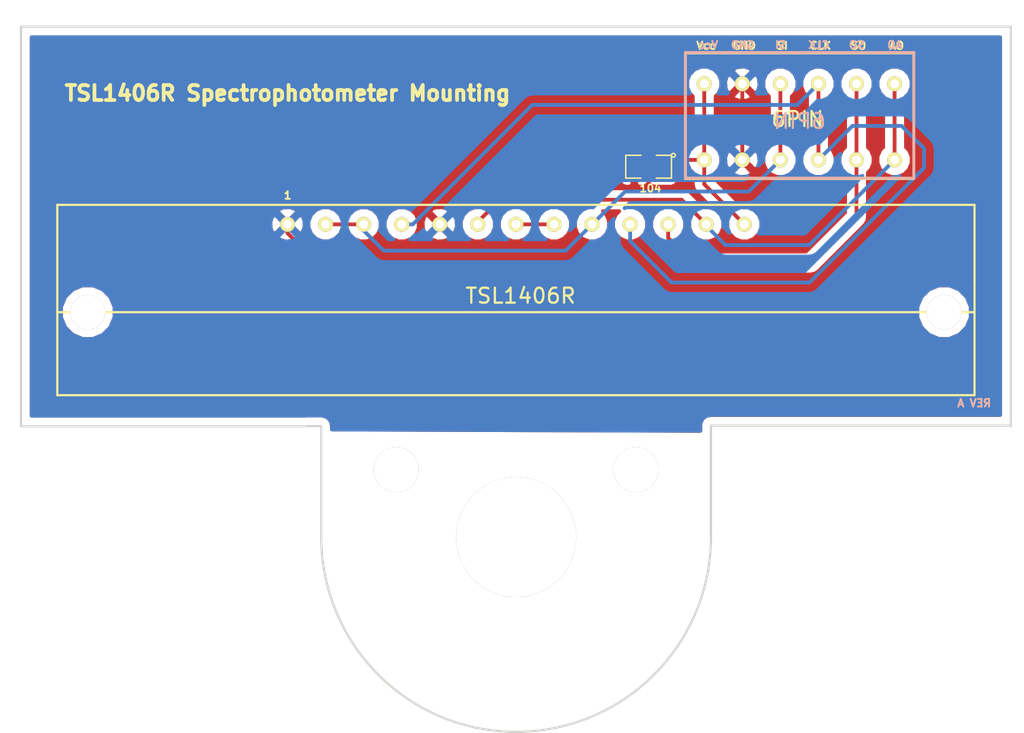
<source format=kicad_pcb>
(kicad_pcb (version 3) (host pcbnew "(2012-nov-02)-testing")

  (general
    (links 20)
    (no_connects 0)
    (area 181.596 101.902 249.922001 150.810001)
    (thickness 1.6)
    (drawings 30)
    (tracks 57)
    (zones 0)
    (modules 8)
    (nets 8)
  )

  (page A3)
  (layers
    (15 F.Cu signal)
    (0 B.Cu signal)
    (16 B.Adhes user hide)
    (17 F.Adhes user hide)
    (18 B.Paste user hide)
    (19 F.Paste user hide)
    (20 B.SilkS user)
    (21 F.SilkS user)
    (22 B.Mask user)
    (23 F.Mask user)
    (24 Dwgs.User user hide)
    (25 Cmts.User user hide)
    (26 Eco1.User user hide)
    (27 Eco2.User user hide)
    (28 Edge.Cuts user)
  )

  (setup
    (last_trace_width 0.254)
    (trace_clearance 0.254)
    (zone_clearance 0.508)
    (zone_45_only no)
    (trace_min 0.254)
    (segment_width 0.2)
    (edge_width 0.15)
    (via_size 0.889)
    (via_drill 0.635)
    (via_min_size 0.889)
    (via_min_drill 0.508)
    (uvia_size 0.508)
    (uvia_drill 0.127)
    (uvias_allowed no)
    (uvia_min_size 0.508)
    (uvia_min_drill 0.127)
    (pcb_text_width 0.3)
    (pcb_text_size 1 1)
    (mod_edge_width 0.15)
    (mod_text_size 1 1)
    (mod_text_width 0.15)
    (pad_size 3 3)
    (pad_drill 3)
    (pad_to_mask_clearance 0)
    (aux_axis_origin 0 0)
    (visible_elements 7FFFFFFF)
    (pcbplotparams
      (layerselection 15761409)
      (usegerberextensions true)
      (excludeedgelayer false)
      (linewidth 152400)
      (plotframeref false)
      (viasonmask false)
      (mode 1)
      (useauxorigin false)
      (hpglpennumber 1)
      (hpglpenspeed 20)
      (hpglpendiameter 15)
      (hpglpenoverlay 2)
      (psnegative false)
      (psa4output false)
      (plotreference true)
      (plotvalue true)
      (plotothertext true)
      (plotinvisibletext false)
      (padsonsilk true)
      (subtractmaskfromsilk false)
      (outputformat 1)
      (mirror false)
      (drillshape 0)
      (scaleselection 1)
      (outputdirectory /home/uprightsquire/electronics/photosensor))
  )

  (net 0 "")
  (net 1 +5V)
  (net 2 GND)
  (net 3 N-000001)
  (net 4 N-000002)
  (net 5 N-000003)
  (net 6 N-000004)
  (net 7 N-000005)

  (net_class Default "This is the default net class."
    (clearance 0.254)
    (trace_width 0.254)
    (via_dia 0.889)
    (via_drill 0.635)
    (uvia_dia 0.508)
    (uvia_drill 0.127)
    (add_net "")
    (add_net +5V)
    (add_net GND)
    (add_net N-000001)
    (add_net N-000002)
    (add_net N-000003)
    (add_net N-000004)
    (add_net N-000005)
  )

  (module 6Pin (layer F.Cu) (tedit 50FFAAB9) (tstamp 50FE648F)
    (at 234.936 112.57)
    (path /50FF8299)
    (fp_text reference "" (at 0 -2.54) (layer F.SilkS)
      (effects (font (size 1 1) (thickness 0.15)))
    )
    (fp_text value 6PIN (at -0.12 -2.715) (layer F.SilkS)
      (effects (font (size 1 1) (thickness 0.15)))
    )
    (fp_line (start -7.62 1.27) (end 7.62 1.27) (layer F.SilkS) (width 0.15))
    (fp_line (start 7.62 1.27) (end 7.62 -7.112) (layer F.SilkS) (width 0.15))
    (fp_line (start 7.62 -7.112) (end -7.366 -7.112) (layer F.SilkS) (width 0.15))
    (fp_line (start -7.366 -7.112) (end -7.62 -7.112) (layer F.SilkS) (width 0.15))
    (fp_line (start -7.62 -7.112) (end -7.62 1.27) (layer F.SilkS) (width 0.15))
    (pad 3 thru_hole circle (at -1.27 0) (size 1 1) (drill 0.599998)
      (layers *.Cu *.Mask F.SilkS)
      (net 7 N-000005)
    )
    (pad 2 thru_hole circle (at -3.81 0) (size 1 1) (drill 0.599998)
      (layers *.Cu *.Mask F.SilkS)
      (net 2 GND)
    )
    (pad 1 thru_hole circle (at -6.35 0) (size 1 1) (drill 0.599998)
      (layers *.Cu *.Mask F.SilkS)
      (net 1 +5V)
    )
    (pad 1 thru_hole circle (at -6.35 -5.08) (size 1 1) (drill 0.599998)
      (layers *.Cu *.Mask F.SilkS)
      (net 1 +5V)
    )
    (pad 2 thru_hole circle (at -3.81 -5.08) (size 1 1) (drill 0.599998)
      (layers *.Cu *.Mask F.SilkS)
      (net 2 GND)
    )
    (pad 3 thru_hole circle (at -1.27 -5.08) (size 1 1) (drill 0.599998)
      (layers *.Cu *.Mask F.SilkS)
      (net 7 N-000005)
    )
    (pad 4 thru_hole circle (at 1.27 0) (size 1 1) (drill 0.599998)
      (layers *.Cu *.Mask F.SilkS)
      (net 5 N-000003)
    )
    (pad 5 thru_hole circle (at 3.81 0) (size 1 1) (drill 0.599998)
      (layers *.Cu *.Mask F.SilkS)
      (net 3 N-000001)
    )
    (pad 6 thru_hole circle (at 6.35 0) (size 1 1) (drill 0.599998)
      (layers *.Cu *.Mask F.SilkS)
      (net 4 N-000002)
    )
    (pad 6 thru_hole circle (at 6.35 -5.08) (size 1 1) (drill 0.599998)
      (layers *.Cu *.Mask F.SilkS)
      (net 4 N-000002)
    )
    (pad 5 thru_hole circle (at 3.81 -5.08) (size 1 1) (drill 0.599998)
      (layers *.Cu *.Mask F.SilkS)
      (net 3 N-000001)
    )
    (pad 4 thru_hole circle (at 1.27 -5.08) (size 1 1) (drill 0.599998)
      (layers *.Cu *.Mask F.SilkS)
      (net 5 N-000003)
    )
  )

  (module SM0805 (layer F.Cu) (tedit 5100B9AA) (tstamp 50FFE94C)
    (at 224.875 113.025 180)
    (path /50FF07A3)
    (attr smd)
    (fp_text reference "" (at 0 -0.3175 180) (layer F.SilkS)
      (effects (font (size 0.50038 0.50038) (thickness 0.10922)))
    )
    (fp_text value 104 (at -0.12 -1.445 180) (layer F.SilkS)
      (effects (font (size 0.50038 0.50038) (thickness 0.10922)))
    )
    (fp_circle (center -1.651 0.762) (end -1.651 0.635) (layer F.SilkS) (width 0.09906))
    (fp_line (start -0.508 0.762) (end -1.524 0.762) (layer F.SilkS) (width 0.09906))
    (fp_line (start -1.524 0.762) (end -1.524 -0.762) (layer F.SilkS) (width 0.09906))
    (fp_line (start -1.524 -0.762) (end -0.508 -0.762) (layer F.SilkS) (width 0.09906))
    (fp_line (start 0.508 -0.762) (end 1.524 -0.762) (layer F.SilkS) (width 0.09906))
    (fp_line (start 1.524 -0.762) (end 1.524 0.762) (layer F.SilkS) (width 0.09906))
    (fp_line (start 1.524 0.762) (end 0.508 0.762) (layer F.SilkS) (width 0.09906))
    (pad 1 smd rect (at -0.9525 0 180) (size 0.889 1.397)
      (layers F.Cu F.Paste F.Mask)
      (net 1 +5V)
    )
    (pad 2 smd rect (at 0.9525 0 180) (size 0.889 1.397)
      (layers F.Cu F.Paste F.Mask)
      (net 2 GND)
    )
    (model smd/chip_cms.wrl
      (at (xyz 0 0 0))
      (scale (xyz 0.1 0.1 0.1))
      (rotate (xyz 0 0 0))
    )
  )

  (module TSL1406R (layer F.Cu) (tedit 5100AC86) (tstamp 510173E9)
    (at 185.42 128.27)
    (path /50FE4633)
    (fp_text reference "" (at 30.6 -6.6) (layer F.SilkS)
      (effects (font (size 1 1) (thickness 0.15)))
    )
    (fp_text value TSL1406R (at 30.91 -6.63) (layer F.SilkS)
      (effects (font (size 1 1) (thickness 0.15)))
    )
    (fp_line (start 55.5244 -5.5372) (end 61.1632 -5.5372) (layer F.SilkS) (width 0.15))
    (fp_line (start 61.1632 -5.5372) (end 61.1632 -5.5118) (layer F.SilkS) (width 0.15))
    (fp_line (start 61.2 -7.3) (end 61.2 -12.7) (layer F.SilkS) (width 0.15))
    (fp_line (start 61.2 -12.7) (end 55.4 -12.7) (layer F.SilkS) (width 0.15))
    (fp_line (start 55.4 -12.7) (end 55.5 -12.7) (layer F.SilkS) (width 0.15))
    (fp_line (start 61.2 0) (end 61.2 -7.2) (layer F.SilkS) (width 0.15))
    (fp_line (start 55.5 0) (end 61.2 0) (layer F.SilkS) (width 0.15))
    (fp_text user 1 (at 15.37 -13.33) (layer F.SilkS)
      (effects (font (size 0.5 0.5) (thickness 0.125)))
    )
    (fp_line (start 45.9832 -11.43) (end 45.7292 -11.43) (layer F.SilkS) (width 0.15))
    (fp_line (start 0 -5.5372) (end 55.499 -5.5372) (layer F.SilkS) (width 0.15))
    (fp_line (start 0 0) (end 0 -12.7) (layer F.SilkS) (width 0.15))
    (fp_line (start 0 -12.7) (end 55.5 -12.7) (layer F.SilkS) (width 0.15))
    (fp_line (start 55.5 0) (end 0 0) (layer F.SilkS) (width 0.15))
    (pad 1 thru_hole circle (at 15.36 -11.4) (size 1 1) (drill 0.599998)
      (layers *.Cu *.Mask F.SilkS)
      (net 2 GND)
    )
    (pad 2 thru_hole circle (at 17.9 -11.4) (size 1 1) (drill 0.599998)
      (layers *.Cu *.Mask F.SilkS)
      (net 7 N-000005)
    )
    (pad 3 thru_hole circle (at 20.44 -11.4) (size 1 1) (drill 0.599998)
      (layers *.Cu *.Mask F.SilkS)
      (net 7 N-000005)
    )
    (pad 4 thru_hole circle (at 22.98 -11.4) (size 1 1) (drill 0.599998)
      (layers *.Cu *.Mask F.SilkS)
      (net 5 N-000003)
    )
    (pad 5 thru_hole circle (at 25.52 -11.4) (size 1 1) (drill 0.599998)
      (layers *.Cu *.Mask F.SilkS)
      (net 2 GND)
    )
    (pad 6 thru_hole circle (at 28.06 -11.4) (size 1 1) (drill 0.599998)
      (layers *.Cu *.Mask F.SilkS)
      (net 4 N-000002)
    )
    (pad 7 thru_hole circle (at 30.6 -11.4) (size 1 1) (drill 0.599998)
      (layers *.Cu *.Mask F.SilkS)
      (net 6 N-000004)
    )
    (pad 8 thru_hole circle (at 33.14 -11.4) (size 1 1) (drill 0.599998)
      (layers *.Cu *.Mask F.SilkS)
      (net 6 N-000004)
    )
    (pad 9 thru_hole circle (at 35.68 -11.4) (size 1 1) (drill 0.599998)
      (layers *.Cu *.Mask F.SilkS)
      (net 7 N-000005)
    )
    (pad 10 thru_hole circle (at 38.22 -11.4) (size 1 1) (drill 0.599998)
      (layers *.Cu *.Mask F.SilkS)
      (net 5 N-000003)
    )
    (pad 11 thru_hole circle (at 40.76 -11.4) (size 1 1) (drill 0.599998)
      (layers *.Cu *.Mask F.SilkS)
      (net 3 N-000001)
    )
    (pad 12 thru_hole circle (at 43.3 -11.4) (size 1 1) (drill 0.599998)
      (layers *.Cu *.Mask F.SilkS)
      (net 4 N-000002)
    )
    (pad 13 thru_hole circle (at 45.84 -11.4) (size 1 1) (drill 0.599998)
      (layers *.Cu *.Mask F.SilkS)
      (net 1 +5V)
    )
  )

  (module 3mm_drill_hole (layer F.Cu) (tedit 50FFAF69) (tstamp 5100CA46)
    (at 208.035 133.235)
    (fp_text reference "" (at 0 0) (layer F.SilkS)
      (effects (font (size 1 1) (thickness 0.15)))
    )
    (fp_text value "" (at 0 0) (layer F.SilkS)
      (effects (font (size 1 1) (thickness 0.15)))
    )
    (pad 1 thru_hole circle (at 0 0) (size 3 3) (drill 3)
      (layers *.Cu *.Mask F.SilkS)
    )
  )

  (module 3mm_drill_hole (layer F.Cu) (tedit 50FFAF69) (tstamp 5100CA4F)
    (at 224.035 133.235)
    (fp_text reference "" (at 0 0) (layer F.SilkS)
      (effects (font (size 1 1) (thickness 0.15)))
    )
    (fp_text value "" (at 0 0) (layer F.SilkS)
      (effects (font (size 1 1) (thickness 0.15)))
    )
    (pad 1 thru_hole circle (at 0 0) (size 3 3) (drill 3)
      (layers *.Cu *.Mask F.SilkS)
    )
  )

  (module 8mm_drill_hole (layer F.Cu) (tedit 5100670B) (tstamp 51012E0E)
    (at 216.035 137.735)
    (fp_text reference "" (at 0 0) (layer F.SilkS)
      (effects (font (size 1 1) (thickness 0.15)))
    )
    (fp_text value "" (at 0 0) (layer F.SilkS)
      (effects (font (size 1 1) (thickness 0.15)))
    )
    (pad 1 thru_hole circle (at 0 0) (size 8 8) (drill 8)
      (layers *.Cu *.Mask F.SilkS)
    )
  )

  (module 2.3mm_drill_hole (layer F.Cu) (tedit 5100AAB7) (tstamp 51011A56)
    (at 187.452 121.206)
    (fp_text reference "" (at 0 0) (layer F.SilkS)
      (effects (font (size 1 1) (thickness 0.15)))
    )
    (fp_text value "" (at 0 0) (layer F.SilkS)
      (effects (font (size 1 1) (thickness 0.15)))
    )
    (pad 1 thru_hole circle (at 0 1.524) (size 2.3 2.3) (drill 2.299999)
      (layers *.Cu *.Mask F.SilkS)
    )
  )

  (module 2.3mm_drill_hole (layer F.Cu) (tedit 5100AAB7) (tstamp 51011A5F)
    (at 244.588 121.206)
    (fp_text reference "" (at 0 0) (layer F.SilkS)
      (effects (font (size 1 1) (thickness 0.15)))
    )
    (fp_text value "" (at 0 0) (layer F.SilkS)
      (effects (font (size 1 1) (thickness 0.15)))
    )
    (pad 1 thru_hole circle (at 0 1.524) (size 2.3 2.3) (drill 2.299999)
      (layers *.Cu *.Mask F.SilkS)
    )
  )

  (gr_text AO (at 241.3 104.902) (layer B.SilkS)
    (effects (font (size 0.5 0.5) (thickness 0.125)) (justify mirror))
  )
  (gr_text SO (at 238.76 104.902) (layer B.SilkS)
    (effects (font (size 0.5 0.5) (thickness 0.125)) (justify mirror))
  )
  (gr_text CLK (at 236.22 104.902) (layer B.SilkS)
    (effects (font (size 0.5 0.5) (thickness 0.125)) (justify mirror))
  )
  (gr_text SI (at 233.68 104.902) (layer B.SilkS)
    (effects (font (size 0.5 0.5) (thickness 0.125)) (justify mirror))
  )
  (gr_text GND (at 231.14 104.902) (layer B.SilkS)
    (effects (font (size 0.5 0.5) (thickness 0.125)) (justify mirror))
  )
  (gr_text Vcc (at 228.854 104.902) (layer B.SilkS)
    (effects (font (size 0.5 0.5) (thickness 0.125)) (justify mirror))
  )
  (gr_text 6PIN (at 234.95 109.982) (layer B.SilkS)
    (effects (font (size 1 1) (thickness 0.15)) (justify mirror))
  )
  (gr_line (start 242.57 105.41) (end 227.33 105.41) (angle 90) (layer B.SilkS) (width 0.2))
  (gr_line (start 242.57 113.792) (end 242.57 105.41) (angle 90) (layer B.SilkS) (width 0.2))
  (gr_line (start 227.33 113.792) (end 242.57 113.792) (angle 90) (layer B.SilkS) (width 0.2))
  (gr_line (start 227.33 105.41) (end 227.33 113.792) (angle 90) (layer B.SilkS) (width 0.2))
  (gr_line (start 229.025 130.3) (end 249.025 130.3) (angle 90) (layer Edge.Cuts) (width 0.15))
  (gr_line (start 229.035 137.635) (end 229.035 130.335) (angle 90) (layer Edge.Cuts) (width 0.15))
  (gr_arc (start 216.035 137.735) (end 229.035 137.635) (angle 90) (layer Edge.Cuts) (width 0.15))
  (gr_arc (start 216.035 137.735) (end 216.035 150.735) (angle 90) (layer Edge.Cuts) (width 0.15))
  (gr_line (start 203.035 130.335) (end 203.035 138.035) (angle 90) (layer Edge.Cuts) (width 0.15))
  (gr_line (start 202.035 130.335) (end 203.035 130.335) (angle 90) (layer Edge.Cuts) (width 0.15))
  (gr_line (start 216.035 137.735) (end 216.035 135.235) (angle 90) (layer F.SilkS) (width 0.2))
  (gr_text SO (at 238.88 104.95) (layer F.SilkS)
    (effects (font (size 0.5 0.5) (thickness 0.125)))
  )
  (gr_text CLK (at 236.34 104.95) (layer F.SilkS)
    (effects (font (size 0.5 0.5) (thickness 0.125)))
  )
  (gr_text SI (at 233.8 104.95) (layer F.SilkS)
    (effects (font (size 0.5 0.5) (thickness 0.125)))
  )
  (gr_text AO (at 241.42 104.95) (layer F.SilkS)
    (effects (font (size 0.5 0.5) (thickness 0.125)))
  )
  (gr_text GND (at 231.26 104.95) (layer F.SilkS)
    (effects (font (size 0.5 0.5) (thickness 0.125)))
  )
  (gr_text Vcc (at 228.72 104.95) (layer F.SilkS)
    (effects (font (size 0.5 0.5) (thickness 0.125)))
  )
  (gr_text "REV A" (at 246.6 128.8) (layer B.SilkS)
    (effects (font (size 0.508 0.508) (thickness 0.127)) (justify mirror))
  )
  (gr_text "TSL1406R Spectrophotometer Mounting" (at 200.78 108.125) (layer F.SilkS)
    (effects (font (size 1 1) (thickness 0.25)))
  )
  (gr_line (start 249.04 103.68) (end 249.04 130.35) (angle 90) (layer Edge.Cuts) (width 0.15))
  (gr_line (start 183 103.68) (end 249.04 103.68) (angle 90) (layer Edge.Cuts) (width 0.15))
  (gr_line (start 183 130.35) (end 183 103.68) (angle 90) (layer Edge.Cuts) (width 0.15))
  (gr_line (start 183 130.35) (end 202.05 130.35) (angle 90) (layer Edge.Cuts) (width 0.15))

  (segment (start 228.586 112.57) (end 226.2825 112.57) (width 0.254) (layer F.Cu) (net 1))
  (segment (start 226.2825 112.57) (end 225.8275 113.025) (width 0.254) (layer F.Cu) (net 1) (tstamp 51009B11))
  (segment (start 228.586 112.57) (end 228.586 114.196) (width 0.254) (layer F.Cu) (net 1))
  (segment (start 228.586 114.196) (end 231.26 116.87) (width 0.254) (layer F.Cu) (net 1) (tstamp 51011C81))
  (segment (start 228.586 107.49) (end 228.586 112.57) (width 0.254) (layer F.Cu) (net 1))
  (segment (start 200.78 116.87) (end 200.78 117.46) (width 0.254) (layer F.Cu) (net 2))
  (segment (start 209.17 118.64) (end 210.94 116.87) (width 0.254) (layer F.Cu) (net 2) (tstamp 510173F9))
  (segment (start 201.96 118.64) (end 209.17 118.64) (width 0.254) (layer F.Cu) (net 2) (tstamp 510173F7))
  (segment (start 200.78 117.46) (end 201.96 118.64) (width 0.254) (layer F.Cu) (net 2) (tstamp 510173F6))
  (segment (start 210.94 116.87) (end 211.02 116.87) (width 0.254) (layer F.Cu) (net 2) (tstamp 510173FB))
  (segment (start 211.02 116.87) (end 214.865 113.025) (width 0.254) (layer F.Cu) (net 2) (tstamp 510173FC))
  (segment (start 214.865 113.025) (end 223.9225 113.025) (width 0.254) (layer F.Cu) (net 2) (tstamp 510173FD))
  (segment (start 223.9225 113.025) (end 226.58 110.3675) (width 0.254) (layer F.Cu) (net 2) (tstamp 510173FF))
  (segment (start 226.58 110.3675) (end 226.58 107.25) (width 0.254) (layer F.Cu) (net 2) (tstamp 51017400))
  (segment (start 226.58 107.25) (end 228.03 105.8) (width 0.254) (layer F.Cu) (net 2) (tstamp 51017402))
  (segment (start 228.03 105.8) (end 229.436 105.8) (width 0.254) (layer F.Cu) (net 2) (tstamp 51017404))
  (segment (start 229.436 105.8) (end 231.126 107.49) (width 0.254) (layer F.Cu) (net 2) (tstamp 51017406))
  (segment (start 231.126 107.49) (end 231.126 112.57) (width 0.254) (layer F.Cu) (net 2))
  (segment (start 226.18 116.87) (end 226.18 117.779) (width 0.254) (layer F.Cu) (net 3))
  (segment (start 238.746 116.39) (end 238.746 112.57) (width 0.254) (layer F.Cu) (net 3) (tstamp 51011C51))
  (segment (start 235.681 119.455) (end 238.746 116.39) (width 0.254) (layer F.Cu) (net 3) (tstamp 51011C4F))
  (segment (start 227.856 119.455) (end 235.681 119.455) (width 0.254) (layer F.Cu) (net 3) (tstamp 51011C4D))
  (segment (start 226.18 117.779) (end 227.856 119.455) (width 0.254) (layer F.Cu) (net 3) (tstamp 51011C4C))
  (segment (start 238.746 107.49) (end 238.746 112.57) (width 0.254) (layer F.Cu) (net 3))
  (segment (start 228.72 116.87) (end 228.72 116.969) (width 0.254) (layer B.Cu) (net 4))
  (segment (start 235.601 118.255) (end 241.286 112.57) (width 0.254) (layer B.Cu) (net 4) (tstamp 51011C23))
  (segment (start 230.006 118.255) (end 235.601 118.255) (width 0.254) (layer B.Cu) (net 4) (tstamp 51011C21))
  (segment (start 228.72 116.969) (end 230.006 118.255) (width 0.254) (layer B.Cu) (net 4) (tstamp 51011C20))
  (segment (start 213.48 116.87) (end 213.48 116.706) (width 0.254) (layer F.Cu) (net 4))
  (segment (start 227.08 115.23) (end 228.72 116.87) (width 0.254) (layer F.Cu) (net 4) (tstamp 51011BF8))
  (segment (start 214.956 115.23) (end 227.08 115.23) (width 0.254) (layer F.Cu) (net 4) (tstamp 51011BF6))
  (segment (start 213.48 116.706) (end 214.956 115.23) (width 0.254) (layer F.Cu) (net 4) (tstamp 51011BF5))
  (segment (start 241.286 107.49) (end 241.286 112.57) (width 0.254) (layer F.Cu) (net 4))
  (segment (start 223.64 116.87) (end 223.64 117.989) (width 0.254) (layer B.Cu) (net 5))
  (segment (start 238.471 110.305) (end 236.206 112.57) (width 0.254) (layer B.Cu) (net 5) (tstamp 51011C6F))
  (segment (start 241.756 110.305) (end 238.471 110.305) (width 0.254) (layer B.Cu) (net 5) (tstamp 51011C6D))
  (segment (start 243.256 111.805) (end 241.756 110.305) (width 0.254) (layer B.Cu) (net 5) (tstamp 51011C6B))
  (segment (start 243.256 113.105) (end 243.256 111.805) (width 0.254) (layer B.Cu) (net 5) (tstamp 51011C69))
  (segment (start 235.606 120.755) (end 243.256 113.105) (width 0.254) (layer B.Cu) (net 5) (tstamp 51011C67))
  (segment (start 226.406 120.755) (end 235.606 120.755) (width 0.254) (layer B.Cu) (net 5) (tstamp 51011C65))
  (segment (start 223.64 117.989) (end 226.406 120.755) (width 0.254) (layer B.Cu) (net 5) (tstamp 51011C63))
  (segment (start 208.4 116.87) (end 209.141 116.87) (width 0.254) (layer B.Cu) (net 5))
  (segment (start 234.791 108.905) (end 236.206 107.49) (width 0.254) (layer B.Cu) (net 5) (tstamp 51011C00))
  (segment (start 217.106 108.905) (end 234.791 108.905) (width 0.254) (layer B.Cu) (net 5) (tstamp 51011BFE))
  (segment (start 209.141 116.87) (end 217.106 108.905) (width 0.254) (layer B.Cu) (net 5) (tstamp 51011BFD))
  (segment (start 236.206 107.49) (end 236.206 112.57) (width 0.254) (layer F.Cu) (net 5))
  (segment (start 218.56 116.87) (end 216.02 116.87) (width 0.254) (layer F.Cu) (net 6))
  (segment (start 205.86 116.87) (end 205.86 117.284) (width 0.254) (layer B.Cu) (net 7))
  (segment (start 219.34 118.63) (end 221.1 116.87) (width 0.254) (layer B.Cu) (net 7) (tstamp 51011C12))
  (segment (start 207.206 118.63) (end 219.34 118.63) (width 0.254) (layer B.Cu) (net 7) (tstamp 51011C10))
  (segment (start 205.86 117.284) (end 207.206 118.63) (width 0.254) (layer B.Cu) (net 7) (tstamp 51011C0F))
  (segment (start 221.1 116.87) (end 221.116 116.87) (width 0.254) (layer B.Cu) (net 7))
  (segment (start 221.116 116.87) (end 223.306 114.68) (width 0.254) (layer B.Cu) (net 7) (tstamp 51011C04))
  (segment (start 223.306 114.68) (end 231.556 114.68) (width 0.254) (layer B.Cu) (net 7) (tstamp 51011C05))
  (segment (start 231.556 114.68) (end 233.666 112.57) (width 0.254) (layer B.Cu) (net 7) (tstamp 51011C07))
  (segment (start 203.32 116.87) (end 205.86 116.87) (width 0.254) (layer F.Cu) (net 7))
  (segment (start 233.666 107.49) (end 233.666 112.57) (width 0.254) (layer F.Cu) (net 7))

  (zone (net 2) (net_name GND) (layer F.Cu) (tstamp 510172C4) (hatch edge 0.508)
    (connect_pads (clearance 0.508))
    (min_thickness 0.254)
    (fill (arc_segments 16) (thermal_gap 0.508) (thermal_bridge_width 0.508))
    (polygon
      (pts
        (xy 181.85 102.156) (xy 181.85 130.604) (xy 249.922 130.858) (xy 249.922 101.902) (xy 181.85 102.156)
      )
    )
    (filled_polygon
      (pts
        (xy 248.33 129.59) (xy 246.373309 129.59) (xy 246.373309 122.376499) (xy 246.102132 121.7202) (xy 245.600441 121.217633)
        (xy 244.944616 120.945311) (xy 244.234499 120.944691) (xy 243.5782 121.215868) (xy 243.075633 121.717559) (xy 242.803311 122.373384)
        (xy 242.802691 123.083501) (xy 243.073868 123.7398) (xy 243.575559 124.242367) (xy 244.231384 124.514689) (xy 244.941501 124.515309)
        (xy 245.5978 124.244132) (xy 246.100367 123.742441) (xy 246.372689 123.086616) (xy 246.373309 122.376499) (xy 246.373309 129.59)
        (xy 242.421196 129.59) (xy 242.421196 112.345225) (xy 242.248766 111.927915) (xy 242.048 111.726797) (xy 242.048 108.33306)
        (xy 242.247644 108.133765) (xy 242.420802 107.716756) (xy 242.421196 107.265225) (xy 242.248766 106.847915) (xy 241.929765 106.528356)
        (xy 241.512756 106.355198) (xy 241.061225 106.354804) (xy 240.643915 106.527234) (xy 240.324356 106.846235) (xy 240.151198 107.263244)
        (xy 240.150804 107.714775) (xy 240.323234 108.132085) (xy 240.524 108.333202) (xy 240.524 111.726939) (xy 240.324356 111.926235)
        (xy 240.151198 112.343244) (xy 240.150804 112.794775) (xy 240.323234 113.212085) (xy 240.642235 113.531644) (xy 241.059244 113.704802)
        (xy 241.510775 113.705196) (xy 241.928085 113.532766) (xy 242.247644 113.213765) (xy 242.420802 112.796756) (xy 242.421196 112.345225)
        (xy 242.421196 129.59) (xy 239.881196 129.59) (xy 239.881196 112.345225) (xy 239.708766 111.927915) (xy 239.508 111.726797)
        (xy 239.508 108.33306) (xy 239.707644 108.133765) (xy 239.880802 107.716756) (xy 239.881196 107.265225) (xy 239.708766 106.847915)
        (xy 239.389765 106.528356) (xy 238.972756 106.355198) (xy 238.521225 106.354804) (xy 238.103915 106.527234) (xy 237.784356 106.846235)
        (xy 237.611198 107.263244) (xy 237.610804 107.714775) (xy 237.783234 108.132085) (xy 237.984 108.333202) (xy 237.984 111.726939)
        (xy 237.784356 111.926235) (xy 237.611198 112.343244) (xy 237.610804 112.794775) (xy 237.783234 113.212085) (xy 237.984 113.413202)
        (xy 237.984 116.074369) (xy 237.341196 116.717173) (xy 237.341196 112.345225) (xy 237.168766 111.927915) (xy 236.968 111.726797)
        (xy 236.968 108.33306) (xy 237.167644 108.133765) (xy 237.340802 107.716756) (xy 237.341196 107.265225) (xy 237.168766 106.847915)
        (xy 236.849765 106.528356) (xy 236.432756 106.355198) (xy 235.981225 106.354804) (xy 235.563915 106.527234) (xy 235.244356 106.846235)
        (xy 235.071198 107.263244) (xy 235.070804 107.714775) (xy 235.243234 108.132085) (xy 235.444 108.333202) (xy 235.444 111.726939)
        (xy 235.244356 111.926235) (xy 235.071198 112.343244) (xy 235.070804 112.794775) (xy 235.243234 113.212085) (xy 235.562235 113.531644)
        (xy 235.979244 113.704802) (xy 236.430775 113.705196) (xy 236.848085 113.532766) (xy 237.167644 113.213765) (xy 237.340802 112.796756)
        (xy 237.341196 112.345225) (xy 237.341196 116.717173) (xy 235.365369 118.693) (xy 234.801196 118.693) (xy 234.801196 112.345225)
        (xy 234.628766 111.927915) (xy 234.428 111.726797) (xy 234.428 108.33306) (xy 234.627644 108.133765) (xy 234.800802 107.716756)
        (xy 234.801196 107.265225) (xy 234.628766 106.847915) (xy 234.309765 106.528356) (xy 233.892756 106.355198) (xy 233.441225 106.354804)
        (xy 233.023915 106.527234) (xy 232.704356 106.846235) (xy 232.531198 107.263244) (xy 232.530804 107.714775) (xy 232.703234 108.132085)
        (xy 232.904 108.333202) (xy 232.904 111.726939) (xy 232.704356 111.926235) (xy 232.531198 112.343244) (xy 232.530804 112.794775)
        (xy 232.703234 113.212085) (xy 233.022235 113.531644) (xy 233.439244 113.704802) (xy 233.890775 113.705196) (xy 234.308085 113.532766)
        (xy 234.627644 113.213765) (xy 234.800802 112.796756) (xy 234.801196 112.345225) (xy 234.801196 118.693) (xy 228.17163 118.693)
        (xy 227.066954 117.588324) (xy 227.141644 117.513765) (xy 227.314802 117.096756) (xy 227.315196 116.645225) (xy 227.243092 116.470723)
        (xy 227.58505 116.81268) (xy 227.584804 117.094775) (xy 227.757234 117.512085) (xy 228.076235 117.831644) (xy 228.493244 118.004802)
        (xy 228.944775 118.005196) (xy 229.362085 117.832766) (xy 229.681644 117.513765) (xy 229.854802 117.096756) (xy 229.855196 116.645225)
        (xy 229.783092 116.470722) (xy 230.12505 116.81268) (xy 230.124804 117.094775) (xy 230.297234 117.512085) (xy 230.616235 117.831644)
        (xy 231.033244 118.004802) (xy 231.484775 118.005196) (xy 231.902085 117.832766) (xy 232.221644 117.513765) (xy 232.394802 117.096756)
        (xy 232.395196 116.645225) (xy 232.274111 116.352178) (xy 232.274111 112.715029) (xy 232.274111 107.635029) (xy 232.242216 107.184626)
        (xy 232.131216 106.916648) (xy 231.916103 106.879502) (xy 231.736498 107.059107) (xy 231.736498 106.699897) (xy 231.699352 106.484784)
        (xy 231.271029 106.341889) (xy 230.820626 106.373784) (xy 230.552648 106.484784) (xy 230.515502 106.699897) (xy 231.126 107.310395)
        (xy 231.736498 106.699897) (xy 231.736498 107.059107) (xy 231.305605 107.49) (xy 231.916103 108.100498) (xy 232.131216 108.063352)
        (xy 232.274111 107.635029) (xy 232.274111 112.715029) (xy 232.242216 112.264626) (xy 232.131216 111.996648) (xy 231.916103 111.959502)
        (xy 231.736498 112.139107) (xy 231.736498 111.779897) (xy 231.736498 108.280103) (xy 231.126 107.669605) (xy 230.946395 107.84921)
        (xy 230.946395 107.49) (xy 230.335897 106.879502) (xy 230.120784 106.916648) (xy 229.977889 107.344971) (xy 230.009784 107.795374)
        (xy 230.120784 108.063352) (xy 230.335897 108.100498) (xy 230.946395 107.49) (xy 230.946395 107.84921) (xy 230.515502 108.280103)
        (xy 230.552648 108.495216) (xy 230.980971 108.638111) (xy 231.431374 108.606216) (xy 231.699352 108.495216) (xy 231.736498 108.280103)
        (xy 231.736498 111.779897) (xy 231.699352 111.564784) (xy 231.271029 111.421889) (xy 230.820626 111.453784) (xy 230.552648 111.564784)
        (xy 230.515502 111.779897) (xy 231.126 112.390395) (xy 231.736498 111.779897) (xy 231.736498 112.139107) (xy 231.305605 112.57)
        (xy 231.916103 113.180498) (xy 232.131216 113.143352) (xy 232.274111 112.715029) (xy 232.274111 116.352178) (xy 232.222766 116.227915)
        (xy 231.903765 115.908356) (xy 231.736498 115.8389) (xy 231.736498 113.360103) (xy 231.126 112.749605) (xy 230.946395 112.92921)
        (xy 230.946395 112.57) (xy 230.335897 111.959502) (xy 230.120784 111.996648) (xy 229.977889 112.424971) (xy 230.009784 112.875374)
        (xy 230.120784 113.143352) (xy 230.335897 113.180498) (xy 230.946395 112.57) (xy 230.946395 112.92921) (xy 230.515502 113.360103)
        (xy 230.552648 113.575216) (xy 230.980971 113.718111) (xy 231.431374 113.686216) (xy 231.699352 113.575216) (xy 231.736498 113.360103)
        (xy 231.736498 115.8389) (xy 231.486756 115.735198) (xy 231.20258 115.73495) (xy 229.348 113.88037) (xy 229.348 113.41306)
        (xy 229.547644 113.213765) (xy 229.720802 112.796756) (xy 229.721196 112.345225) (xy 229.548766 111.927915) (xy 229.348 111.726797)
        (xy 229.348 108.33306) (xy 229.547644 108.133765) (xy 229.720802 107.716756) (xy 229.721196 107.265225) (xy 229.548766 106.847915)
        (xy 229.229765 106.528356) (xy 228.812756 106.355198) (xy 228.361225 106.354804) (xy 227.943915 106.527234) (xy 227.624356 106.846235)
        (xy 227.451198 107.263244) (xy 227.450804 107.714775) (xy 227.623234 108.132085) (xy 227.824 108.333202) (xy 227.824 111.726939)
        (xy 227.742797 111.808) (xy 226.651647 111.808) (xy 226.632168 111.788487) (xy 226.398864 111.691611) (xy 226.146245 111.69139)
        (xy 225.257245 111.69139) (xy 225.023771 111.787859) (xy 224.875 111.936371) (xy 224.726229 111.787859) (xy 224.492755 111.69139)
        (xy 224.20825 111.6915) (xy 224.0495 111.85025) (xy 224.0495 112.771) (xy 224.0495 112.898) (xy 224.0495 113.152)
        (xy 224.0495 113.279) (xy 224.0495 114.19975) (xy 224.20825 114.3585) (xy 224.492755 114.35861) (xy 224.726229 114.262141)
        (xy 224.875102 114.113526) (xy 225.022832 114.261513) (xy 225.256136 114.358389) (xy 225.508755 114.35861) (xy 226.397755 114.35861)
        (xy 226.631229 114.262141) (xy 226.810013 114.083668) (xy 226.906889 113.850364) (xy 226.90711 113.597745) (xy 226.90711 113.332)
        (xy 227.742939 113.332) (xy 227.824 113.413202) (xy 227.824 114.196) (xy 227.882004 114.487605) (xy 228.047185 114.734815)
        (xy 229.119154 115.806784) (xy 228.946756 115.735198) (xy 228.66258 115.73495) (xy 227.618815 114.691185) (xy 227.371605 114.526004)
        (xy 227.08 114.468) (xy 223.7955 114.468) (xy 223.7955 114.19975) (xy 223.7955 113.152) (xy 223.7955 112.898)
        (xy 223.7955 111.85025) (xy 223.63675 111.6915) (xy 223.352245 111.69139) (xy 223.118771 111.787859) (xy 222.939987 111.966332)
        (xy 222.843111 112.199636) (xy 222.84289 112.452255) (xy 222.843 112.73925) (xy 223.00175 112.898) (xy 223.7955 112.898)
        (xy 223.7955 113.152) (xy 223.00175 113.152) (xy 222.843 113.31075) (xy 222.84289 113.597745) (xy 222.843111 113.850364)
        (xy 222.939987 114.083668) (xy 223.118771 114.262141) (xy 223.352245 114.35861) (xy 223.63675 114.3585) (xy 223.7955 114.19975)
        (xy 223.7955 114.468) (xy 214.956 114.468) (xy 214.664395 114.526004) (xy 214.417184 114.691185) (xy 213.373462 115.734907)
        (xy 213.255225 115.734804) (xy 212.837915 115.907234) (xy 212.518356 116.226235) (xy 212.345198 116.643244) (xy 212.344804 117.094775)
        (xy 212.517234 117.512085) (xy 212.836235 117.831644) (xy 213.253244 118.004802) (xy 213.704775 118.005196) (xy 214.122085 117.832766)
        (xy 214.441644 117.513765) (xy 214.614802 117.096756) (xy 214.615193 116.648437) (xy 215.27163 115.992) (xy 215.293 115.992)
        (xy 215.058356 116.226235) (xy 214.885198 116.643244) (xy 214.884804 117.094775) (xy 215.057234 117.512085) (xy 215.376235 117.831644)
        (xy 215.793244 118.004802) (xy 216.244775 118.005196) (xy 216.662085 117.832766) (xy 216.863202 117.632) (xy 217.716939 117.632)
        (xy 217.916235 117.831644) (xy 218.333244 118.004802) (xy 218.784775 118.005196) (xy 219.202085 117.832766) (xy 219.521644 117.513765)
        (xy 219.694802 117.096756) (xy 219.695196 116.645225) (xy 219.522766 116.227915) (xy 219.287262 115.992) (xy 220.373 115.992)
        (xy 220.138356 116.226235) (xy 219.965198 116.643244) (xy 219.964804 117.094775) (xy 220.137234 117.512085) (xy 220.456235 117.831644)
        (xy 220.873244 118.004802) (xy 221.324775 118.005196) (xy 221.742085 117.832766) (xy 222.061644 117.513765) (xy 222.234802 117.096756)
        (xy 222.235196 116.645225) (xy 222.062766 116.227915) (xy 221.827262 115.992) (xy 222.913 115.992) (xy 222.678356 116.226235)
        (xy 222.505198 116.643244) (xy 222.504804 117.094775) (xy 222.677234 117.512085) (xy 222.996235 117.831644) (xy 223.413244 118.004802)
        (xy 223.864775 118.005196) (xy 224.282085 117.832766) (xy 224.601644 117.513765) (xy 224.774802 117.096756) (xy 224.775196 116.645225)
        (xy 224.602766 116.227915) (xy 224.367262 115.992) (xy 225.453 115.992) (xy 225.218356 116.226235) (xy 225.045198 116.643244)
        (xy 225.044804 117.094775) (xy 225.217234 117.512085) (xy 225.418 117.713202) (xy 225.418 117.779) (xy 225.476004 118.070605)
        (xy 225.641185 118.317815) (xy 227.317184 119.993815) (xy 227.317185 119.993815) (xy 227.564395 120.158996) (xy 227.855999 120.216999)
        (xy 227.856 120.217) (xy 235.681 120.217) (xy 235.681 120.216999) (xy 235.972604 120.158996) (xy 235.972605 120.158996)
        (xy 236.219815 119.993815) (xy 239.284815 116.928816) (xy 239.284815 116.928815) (xy 239.449996 116.681605) (xy 239.507999 116.39)
        (xy 239.508 116.39) (xy 239.508 113.41306) (xy 239.707644 113.213765) (xy 239.880802 112.796756) (xy 239.881196 112.345225)
        (xy 239.881196 129.59) (xy 229.025 129.59) (xy 228.753295 129.644046) (xy 228.522954 129.797954) (xy 228.369046 130.028295)
        (xy 228.315 130.3) (xy 228.325 130.350272) (xy 228.325 130.650413) (xy 212.088111 130.589827) (xy 212.088111 117.015029)
        (xy 212.056216 116.564626) (xy 211.945216 116.296648) (xy 211.730103 116.259502) (xy 211.550498 116.439107) (xy 211.550498 116.079897)
        (xy 211.513352 115.864784) (xy 211.085029 115.721889) (xy 210.634626 115.753784) (xy 210.366648 115.864784) (xy 210.329502 116.079897)
        (xy 210.94 116.690395) (xy 211.550498 116.079897) (xy 211.550498 116.439107) (xy 211.119605 116.87) (xy 211.730103 117.480498)
        (xy 211.945216 117.443352) (xy 212.088111 117.015029) (xy 212.088111 130.589827) (xy 211.550498 130.587821) (xy 211.550498 117.660103)
        (xy 210.94 117.049605) (xy 210.760395 117.22921) (xy 210.760395 116.87) (xy 210.149897 116.259502) (xy 209.934784 116.296648)
        (xy 209.791889 116.724971) (xy 209.823784 117.175374) (xy 209.934784 117.443352) (xy 210.149897 117.480498) (xy 210.760395 116.87)
        (xy 210.760395 117.22921) (xy 210.329502 117.660103) (xy 210.366648 117.875216) (xy 210.794971 118.018111) (xy 211.245374 117.986216)
        (xy 211.513352 117.875216) (xy 211.550498 117.660103) (xy 211.550498 130.587821) (xy 209.535196 130.580301) (xy 209.535196 116.645225)
        (xy 209.362766 116.227915) (xy 209.043765 115.908356) (xy 208.626756 115.735198) (xy 208.175225 115.734804) (xy 207.757915 115.907234)
        (xy 207.438356 116.226235) (xy 207.265198 116.643244) (xy 207.264804 117.094775) (xy 207.437234 117.512085) (xy 207.756235 117.831644)
        (xy 208.173244 118.004802) (xy 208.624775 118.005196) (xy 209.042085 117.832766) (xy 209.361644 117.513765) (xy 209.534802 117.096756)
        (xy 209.535196 116.645225) (xy 209.535196 130.580301) (xy 206.995196 130.570823) (xy 206.995196 116.645225) (xy 206.822766 116.227915)
        (xy 206.503765 115.908356) (xy 206.086756 115.735198) (xy 205.635225 115.734804) (xy 205.217915 115.907234) (xy 205.016797 116.108)
        (xy 204.16306 116.108) (xy 203.963765 115.908356) (xy 203.546756 115.735198) (xy 203.095225 115.734804) (xy 202.677915 115.907234)
        (xy 202.358356 116.226235) (xy 202.185198 116.643244) (xy 202.184804 117.094775) (xy 202.357234 117.512085) (xy 202.676235 117.831644)
        (xy 203.093244 118.004802) (xy 203.544775 118.005196) (xy 203.962085 117.832766) (xy 204.163202 117.632) (xy 205.016939 117.632)
        (xy 205.216235 117.831644) (xy 205.633244 118.004802) (xy 206.084775 118.005196) (xy 206.502085 117.832766) (xy 206.821644 117.513765)
        (xy 206.994802 117.096756) (xy 206.995196 116.645225) (xy 206.995196 130.570823) (xy 203.745 130.558696) (xy 203.745 130.335)
        (xy 203.690954 130.063295) (xy 203.537046 129.832954) (xy 203.306705 129.679046) (xy 203.035 129.625) (xy 202.035 129.625)
        (xy 201.95959 129.64) (xy 201.928111 129.64) (xy 201.928111 117.015029) (xy 201.896216 116.564626) (xy 201.785216 116.296648)
        (xy 201.570103 116.259502) (xy 201.390498 116.439107) (xy 201.390498 116.079897) (xy 201.353352 115.864784) (xy 200.925029 115.721889)
        (xy 200.474626 115.753784) (xy 200.206648 115.864784) (xy 200.169502 116.079897) (xy 200.78 116.690395) (xy 201.390498 116.079897)
        (xy 201.390498 116.439107) (xy 200.959605 116.87) (xy 201.570103 117.480498) (xy 201.785216 117.443352) (xy 201.928111 117.015029)
        (xy 201.928111 129.64) (xy 201.390498 129.64) (xy 201.390498 117.660103) (xy 200.78 117.049605) (xy 200.600395 117.22921)
        (xy 200.600395 116.87) (xy 199.989897 116.259502) (xy 199.774784 116.296648) (xy 199.631889 116.724971) (xy 199.663784 117.175374)
        (xy 199.774784 117.443352) (xy 199.989897 117.480498) (xy 200.600395 116.87) (xy 200.600395 117.22921) (xy 200.169502 117.660103)
        (xy 200.206648 117.875216) (xy 200.634971 118.018111) (xy 201.085374 117.986216) (xy 201.353352 117.875216) (xy 201.390498 117.660103)
        (xy 201.390498 129.64) (xy 189.237309 129.64) (xy 189.237309 122.376499) (xy 188.966132 121.7202) (xy 188.464441 121.217633)
        (xy 187.808616 120.945311) (xy 187.098499 120.944691) (xy 186.4422 121.215868) (xy 185.939633 121.717559) (xy 185.667311 122.373384)
        (xy 185.666691 123.083501) (xy 185.937868 123.7398) (xy 186.439559 124.242367) (xy 187.095384 124.514689) (xy 187.805501 124.515309)
        (xy 188.4618 124.244132) (xy 188.964367 123.742441) (xy 189.236689 123.086616) (xy 189.237309 122.376499) (xy 189.237309 129.64)
        (xy 183.71 129.64) (xy 183.71 104.39) (xy 248.33 104.39) (xy 248.33 129.59)
      )
    )
  )
  (zone (net 2) (net_name GND) (layer B.Cu) (tstamp 510172C4) (hatch edge 0.508)
    (connect_pads (clearance 0.508))
    (min_thickness 0.254)
    (fill (arc_segments 16) (thermal_gap 0.508) (thermal_bridge_width 0.508))
    (polygon
      (pts
        (xy 181.596 102.156) (xy 181.596 130.604) (xy 249.668 130.858) (xy 249.668 101.902) (xy 181.596 102.156)
      )
    )
    (filled_polygon
      (pts
        (xy 248.33 129.59) (xy 246.373309 129.59) (xy 246.373309 122.376499) (xy 246.102132 121.7202) (xy 245.600441 121.217633)
        (xy 244.944616 120.945311) (xy 244.234499 120.944691) (xy 244.018 121.034146) (xy 244.018 113.105) (xy 244.018 111.805)
        (xy 243.959996 111.513395) (xy 243.794815 111.266185) (xy 243.794815 111.266184) (xy 242.421196 109.892565) (xy 242.421196 107.265225)
        (xy 242.248766 106.847915) (xy 241.929765 106.528356) (xy 241.512756 106.355198) (xy 241.061225 106.354804) (xy 240.643915 106.527234)
        (xy 240.324356 106.846235) (xy 240.151198 107.263244) (xy 240.150804 107.714775) (xy 240.323234 108.132085) (xy 240.642235 108.451644)
        (xy 241.059244 108.624802) (xy 241.510775 108.625196) (xy 241.928085 108.452766) (xy 242.247644 108.133765) (xy 242.420802 107.716756)
        (xy 242.421196 107.265225) (xy 242.421196 109.892565) (xy 242.294815 109.766185) (xy 242.047605 109.601004) (xy 241.756 109.543)
        (xy 239.881196 109.543) (xy 239.881196 107.265225) (xy 239.708766 106.847915) (xy 239.389765 106.528356) (xy 238.972756 106.355198)
        (xy 238.521225 106.354804) (xy 238.103915 106.527234) (xy 237.784356 106.846235) (xy 237.611198 107.263244) (xy 237.610804 107.714775)
        (xy 237.783234 108.132085) (xy 238.102235 108.451644) (xy 238.519244 108.624802) (xy 238.970775 108.625196) (xy 239.388085 108.452766)
        (xy 239.707644 108.133765) (xy 239.880802 107.716756) (xy 239.881196 107.265225) (xy 239.881196 109.543) (xy 238.471 109.543)
        (xy 238.179395 109.601004) (xy 237.932184 109.766185) (xy 236.263319 111.43505) (xy 235.981225 111.434804) (xy 235.563915 111.607234)
        (xy 235.244356 111.926235) (xy 235.071198 112.343244) (xy 235.070804 112.794775) (xy 235.243234 113.212085) (xy 235.562235 113.531644)
        (xy 235.979244 113.704802) (xy 236.430775 113.705196) (xy 236.848085 113.532766) (xy 237.167644 113.213765) (xy 237.340802 112.796756)
        (xy 237.341049 112.51258) (xy 237.682784 112.170846) (xy 237.611198 112.343244) (xy 237.610804 112.794775) (xy 237.783234 113.212085)
        (xy 238.102235 113.531644) (xy 238.519244 113.704802) (xy 238.970775 113.705196) (xy 239.145277 113.633092) (xy 235.28537 117.493)
        (xy 232.230266 117.493) (xy 232.394802 117.096756) (xy 232.395196 116.645225) (xy 232.222766 116.227915) (xy 231.903765 115.908356)
        (xy 231.486756 115.735198) (xy 231.035225 115.734804) (xy 230.617915 115.907234) (xy 230.298356 116.226235) (xy 230.125198 116.643244)
        (xy 230.124804 117.094775) (xy 230.266616 117.437985) (xy 229.854863 117.026233) (xy 229.855196 116.645225) (xy 229.682766 116.227915)
        (xy 229.363765 115.908356) (xy 228.946756 115.735198) (xy 228.495225 115.734804) (xy 228.077915 115.907234) (xy 227.758356 116.226235)
        (xy 227.585198 116.643244) (xy 227.584804 117.094775) (xy 227.757234 117.512085) (xy 228.076235 117.831644) (xy 228.493244 118.004802)
        (xy 228.678333 118.004963) (xy 229.467184 118.793815) (xy 229.467185 118.793815) (xy 229.714395 118.958996) (xy 230.006 119.017)
        (xy 235.601 119.017) (xy 235.601 119.016999) (xy 235.892604 118.958996) (xy 235.892605 118.958996) (xy 236.139815 118.793815)
        (xy 241.22868 113.704949) (xy 241.510775 113.705196) (xy 241.62563 113.657738) (xy 235.290369 119.993) (xy 227.315196 119.993)
        (xy 227.315196 116.645225) (xy 227.142766 116.227915) (xy 226.823765 115.908356) (xy 226.406756 115.735198) (xy 225.955225 115.734804)
        (xy 225.537915 115.907234) (xy 225.218356 116.226235) (xy 225.045198 116.643244) (xy 225.044804 117.094775) (xy 225.217234 117.512085)
        (xy 225.536235 117.831644) (xy 225.953244 118.004802) (xy 226.404775 118.005196) (xy 226.822085 117.832766) (xy 227.141644 117.513765)
        (xy 227.314802 117.096756) (xy 227.315196 116.645225) (xy 227.315196 119.993) (xy 226.72163 119.993) (xy 224.421862 117.693232)
        (xy 224.601644 117.513765) (xy 224.774802 117.096756) (xy 224.775196 116.645225) (xy 224.602766 116.227915) (xy 224.283765 115.908356)
        (xy 223.866756 115.735198) (xy 223.415225 115.734804) (xy 223.26799 115.79564) (xy 223.62163 115.442) (xy 231.556 115.442)
        (xy 231.556 115.441999) (xy 231.847604 115.383996) (xy 231.847605 115.383996) (xy 232.094815 115.218815) (xy 233.60868 113.704949)
        (xy 233.890775 113.705196) (xy 234.308085 113.532766) (xy 234.627644 113.213765) (xy 234.800802 112.796756) (xy 234.801196 112.345225)
        (xy 234.628766 111.927915) (xy 234.309765 111.608356) (xy 233.892756 111.435198) (xy 233.441225 111.434804) (xy 233.023915 111.607234)
        (xy 232.704356 111.926235) (xy 232.531198 112.343244) (xy 232.53095 112.627419) (xy 232.189388 112.96898) (xy 232.274111 112.715029)
        (xy 232.242216 112.264626) (xy 232.131216 111.996648) (xy 231.916103 111.959502) (xy 231.736498 112.139107) (xy 231.736498 111.779897)
        (xy 231.699352 111.564784) (xy 231.271029 111.421889) (xy 230.820626 111.453784) (xy 230.552648 111.564784) (xy 230.515502 111.779897)
        (xy 231.126 112.390395) (xy 231.736498 111.779897) (xy 231.736498 112.139107) (xy 231.395408 112.480197) (xy 231.305605 112.57)
        (xy 231.126 112.749605) (xy 231.036197 112.839408) (xy 230.946395 112.92921) (xy 230.946395 112.57) (xy 230.335897 111.959502)
        (xy 230.120784 111.996648) (xy 229.977889 112.424971) (xy 230.009784 112.875374) (xy 230.120784 113.143352) (xy 230.335897 113.180498)
        (xy 230.946395 112.57) (xy 230.946395 112.92921) (xy 230.515502 113.360103) (xy 230.552648 113.575216) (xy 230.980971 113.718111)
        (xy 231.431374 113.686216) (xy 231.500989 113.65738) (xy 231.240369 113.918) (xy 229.721196 113.918) (xy 229.721196 112.345225)
        (xy 229.548766 111.927915) (xy 229.229765 111.608356) (xy 228.812756 111.435198) (xy 228.361225 111.434804) (xy 227.943915 111.607234)
        (xy 227.624356 111.926235) (xy 227.451198 112.343244) (xy 227.450804 112.794775) (xy 227.623234 113.212085) (xy 227.942235 113.531644)
        (xy 228.359244 113.704802) (xy 228.810775 113.705196) (xy 229.228085 113.532766) (xy 229.547644 113.213765) (xy 229.720802 112.796756)
        (xy 229.721196 112.345225) (xy 229.721196 113.918) (xy 223.306 113.918) (xy 223.014395 113.976004) (xy 222.767184 114.141185)
        (xy 221.173305 115.735064) (xy 220.875225 115.734804) (xy 220.457915 115.907234) (xy 220.138356 116.226235) (xy 219.965198 116.643244)
        (xy 219.96495 116.927419) (xy 219.623215 117.269153) (xy 219.694802 117.096756) (xy 219.695196 116.645225) (xy 219.522766 116.227915)
        (xy 219.203765 115.908356) (xy 218.786756 115.735198) (xy 218.335225 115.734804) (xy 217.917915 115.907234) (xy 217.598356 116.226235)
        (xy 217.425198 116.643244) (xy 217.424804 117.094775) (xy 217.597234 117.512085) (xy 217.916235 117.831644) (xy 218.003789 117.868)
        (xy 216.576812 117.868) (xy 216.662085 117.832766) (xy 216.981644 117.513765) (xy 217.154802 117.096756) (xy 217.155196 116.645225)
        (xy 216.982766 116.227915) (xy 216.663765 115.908356) (xy 216.246756 115.735198) (xy 215.795225 115.734804) (xy 215.377915 115.907234)
        (xy 215.058356 116.226235) (xy 214.885198 116.643244) (xy 214.884804 117.094775) (xy 215.057234 117.512085) (xy 215.376235 117.831644)
        (xy 215.463789 117.868) (xy 214.036812 117.868) (xy 214.122085 117.832766) (xy 214.441644 117.513765) (xy 214.614802 117.096756)
        (xy 214.615196 116.645225) (xy 214.442766 116.227915) (xy 214.123765 115.908356) (xy 213.706756 115.735198) (xy 213.255225 115.734804)
        (xy 212.837915 115.907234) (xy 212.518356 116.226235) (xy 212.345198 116.643244) (xy 212.344804 117.094775) (xy 212.517234 117.512085)
        (xy 212.836235 117.831644) (xy 212.923789 117.868) (xy 212.088111 117.868) (xy 212.088111 117.015029) (xy 212.056216 116.564626)
        (xy 211.945216 116.296648) (xy 211.730103 116.259502) (xy 211.119605 116.87) (xy 211.730103 117.480498) (xy 211.945216 117.443352)
        (xy 212.088111 117.015029) (xy 212.088111 117.868) (xy 211.514598 117.868) (xy 211.550498 117.660103) (xy 210.94 117.049605)
        (xy 210.329502 117.660103) (xy 210.365401 117.868) (xy 208.956812 117.868) (xy 209.042085 117.832766) (xy 209.268634 117.606611)
        (xy 209.432604 117.573996) (xy 209.432605 117.573996) (xy 209.679815 117.408815) (xy 209.849989 117.23864) (xy 209.934784 117.443352)
        (xy 210.149897 117.480498) (xy 210.670592 116.959803) (xy 210.670592 116.959802) (xy 210.760395 116.87) (xy 210.94 116.690395)
        (xy 211.029803 116.600592) (xy 211.550498 116.079897) (xy 211.513352 115.864784) (xy 211.296268 115.792361) (xy 217.42163 109.667)
        (xy 234.791 109.667) (xy 234.791 109.666999) (xy 235.082604 109.608996) (xy 235.082605 109.608996) (xy 235.329815 109.443815)
        (xy 236.14868 108.624949) (xy 236.430775 108.625196) (xy 236.848085 108.452766) (xy 237.167644 108.133765) (xy 237.340802 107.716756)
        (xy 237.341196 107.265225) (xy 237.168766 106.847915) (xy 236.849765 106.528356) (xy 236.432756 106.355198) (xy 235.981225 106.354804)
        (xy 235.563915 106.527234) (xy 235.244356 106.846235) (xy 235.071198 107.263244) (xy 235.07095 107.547419) (xy 234.729215 107.889153)
        (xy 234.800802 107.716756) (xy 234.801196 107.265225) (xy 234.628766 106.847915) (xy 234.309765 106.528356) (xy 233.892756 106.355198)
        (xy 233.441225 106.354804) (xy 233.023915 106.527234) (xy 232.704356 106.846235) (xy 232.531198 107.263244) (xy 232.530804 107.714775)
        (xy 232.703234 108.132085) (xy 232.714129 108.143) (xy 232.274111 108.143) (xy 232.106059 108.143) (xy 232.122135 108.126924)
        (xy 232.069261 108.07405) (xy 232.131216 108.063352) (xy 232.274111 107.635029) (xy 232.242216 107.184626) (xy 232.131216 106.916648)
        (xy 231.916103 106.879502) (xy 231.736498 107.059107) (xy 231.736498 106.699897) (xy 231.699352 106.484784) (xy 231.271029 106.341889)
        (xy 230.820626 106.373784) (xy 230.552648 106.484784) (xy 230.515502 106.699897) (xy 231.126 107.310395) (xy 231.736498 106.699897)
        (xy 231.736498 107.059107) (xy 231.395408 107.400197) (xy 231.305605 107.49) (xy 231.126 107.669604) (xy 230.946395 107.49)
        (xy 230.856592 107.400197) (xy 230.335897 106.879502) (xy 230.120784 106.916648) (xy 229.977889 107.344971) (xy 230.009784 107.795374)
        (xy 230.120784 108.063352) (xy 230.182738 108.07405) (xy 230.129865 108.126924) (xy 230.14594 108.143) (xy 229.538392 108.143)
        (xy 229.547644 108.133765) (xy 229.720802 107.716756) (xy 229.721196 107.265225) (xy 229.548766 106.847915) (xy 229.229765 106.528356)
        (xy 228.812756 106.355198) (xy 228.361225 106.354804) (xy 227.943915 106.527234) (xy 227.624356 106.846235) (xy 227.451198 107.263244)
        (xy 227.450804 107.714775) (xy 227.623234 108.132085) (xy 227.634129 108.143) (xy 217.106 108.143) (xy 216.814395 108.201004)
        (xy 216.567185 108.366185) (xy 209.030515 115.902854) (xy 208.626756 115.735198) (xy 208.175225 115.734804) (xy 207.757915 115.907234)
        (xy 207.438356 116.226235) (xy 207.265198 116.643244) (xy 207.264804 117.094775) (xy 207.437234 117.512085) (xy 207.756235 117.831644)
        (xy 207.843789 117.868) (xy 207.52163 117.868) (xy 206.923089 117.269458) (xy 206.994802 117.096756) (xy 206.995196 116.645225)
        (xy 206.822766 116.227915) (xy 206.503765 115.908356) (xy 206.086756 115.735198) (xy 205.635225 115.734804) (xy 205.217915 115.907234)
        (xy 204.898356 116.226235) (xy 204.725198 116.643244) (xy 204.724804 117.094775) (xy 204.897234 117.512085) (xy 205.216235 117.831644)
        (xy 205.410808 117.912438) (xy 206.667184 119.168815) (xy 206.667185 119.168815) (xy 206.914395 119.333996) (xy 207.206 119.392)
        (xy 219.34 119.392) (xy 219.34 119.391999) (xy 219.631604 119.333996) (xy 219.631605 119.333996) (xy 219.878815 119.168815)
        (xy 221.04268 118.004949) (xy 221.324775 118.005196) (xy 221.742085 117.832766) (xy 222.061644 117.513765) (xy 222.234802 117.096756)
        (xy 222.235035 116.828594) (xy 222.565422 116.498207) (xy 222.505198 116.643244) (xy 222.504804 117.094775) (xy 222.677234 117.512085)
        (xy 222.878 117.713202) (xy 222.878 117.989) (xy 222.936004 118.280605) (xy 223.101185 118.527815) (xy 225.867184 121.293815)
        (xy 225.867185 121.293815) (xy 226.114395 121.458996) (xy 226.405999 121.516999) (xy 226.406 121.517) (xy 235.606 121.517)
        (xy 235.606 121.516999) (xy 235.897604 121.458996) (xy 235.897605 121.458996) (xy 236.144815 121.293815) (xy 243.794815 113.643816)
        (xy 243.794815 113.643815) (xy 243.959996 113.396605) (xy 244.017999 113.105001) (xy 244.018 113.105) (xy 244.018 121.034146)
        (xy 243.5782 121.215868) (xy 243.075633 121.717559) (xy 242.803311 122.373384) (xy 242.802691 123.083501) (xy 243.073868 123.7398)
        (xy 243.575559 124.242367) (xy 244.231384 124.514689) (xy 244.941501 124.515309) (xy 245.5978 124.244132) (xy 246.100367 123.742441)
        (xy 246.372689 123.086616) (xy 246.373309 122.376499) (xy 246.373309 129.59) (xy 229.025 129.59) (xy 228.753295 129.644046)
        (xy 228.522954 129.797954) (xy 228.369046 130.028295) (xy 228.315 130.3) (xy 228.325 130.350272) (xy 228.325 130.65136)
        (xy 204.455196 130.562293) (xy 204.455196 116.645225) (xy 204.282766 116.227915) (xy 203.963765 115.908356) (xy 203.546756 115.735198)
        (xy 203.095225 115.734804) (xy 202.677915 115.907234) (xy 202.358356 116.226235) (xy 202.185198 116.643244) (xy 202.184804 117.094775)
        (xy 202.357234 117.512085) (xy 202.676235 117.831644) (xy 203.093244 118.004802) (xy 203.544775 118.005196) (xy 203.962085 117.832766)
        (xy 204.281644 117.513765) (xy 204.454802 117.096756) (xy 204.455196 116.645225) (xy 204.455196 130.562293) (xy 203.745 130.559644)
        (xy 203.745 130.335) (xy 203.690954 130.063295) (xy 203.537046 129.832954) (xy 203.306705 129.679046) (xy 203.035 129.625)
        (xy 202.035 129.625) (xy 201.95959 129.64) (xy 201.928111 129.64) (xy 201.928111 117.015029) (xy 201.896216 116.564626)
        (xy 201.785216 116.296648) (xy 201.570103 116.259502) (xy 201.390498 116.439107) (xy 201.390498 116.079897) (xy 201.353352 115.864784)
        (xy 200.925029 115.721889) (xy 200.474626 115.753784) (xy 200.206648 115.864784) (xy 200.169502 116.079897) (xy 200.78 116.690395)
        (xy 201.390498 116.079897) (xy 201.390498 116.439107) (xy 200.959605 116.87) (xy 201.570103 117.480498) (xy 201.785216 117.443352)
        (xy 201.928111 117.015029) (xy 201.928111 129.64) (xy 201.390498 129.64) (xy 201.390498 117.660103) (xy 200.78 117.049605)
        (xy 200.600395 117.22921) (xy 200.600395 116.87) (xy 199.989897 116.259502) (xy 199.774784 116.296648) (xy 199.631889 116.724971)
        (xy 199.663784 117.175374) (xy 199.774784 117.443352) (xy 199.989897 117.480498) (xy 200.600395 116.87) (xy 200.600395 117.22921)
        (xy 200.169502 117.660103) (xy 200.206648 117.875216) (xy 200.634971 118.018111) (xy 201.085374 117.986216) (xy 201.353352 117.875216)
        (xy 201.390498 117.660103) (xy 201.390498 129.64) (xy 189.237309 129.64) (xy 189.237309 122.376499) (xy 188.966132 121.7202)
        (xy 188.464441 121.217633) (xy 187.808616 120.945311) (xy 187.098499 120.944691) (xy 186.4422 121.215868) (xy 185.939633 121.717559)
        (xy 185.667311 122.373384) (xy 185.666691 123.083501) (xy 185.937868 123.7398) (xy 186.439559 124.242367) (xy 187.095384 124.514689)
        (xy 187.805501 124.515309) (xy 188.4618 124.244132) (xy 188.964367 123.742441) (xy 189.236689 123.086616) (xy 189.237309 122.376499)
        (xy 189.237309 129.64) (xy 183.71 129.64) (xy 183.71 104.39) (xy 248.33 104.39) (xy 248.33 129.59)
      )
    )
  )
)

</source>
